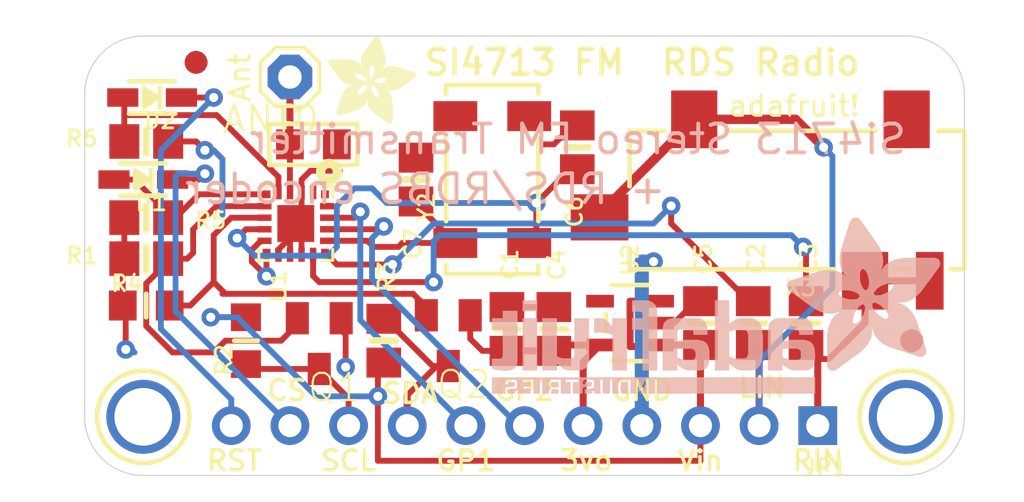
<source format=kicad_pcb>
(kicad_pcb (version 20211014) (generator pcbnew)
  (layers (0 "F.Cu" signal) (31 "B.Cu" signal) (34 "B.Paste" user) (35 "F.Paste" user) (36 "B.SilkS" user "B.Silkscreen") (37 "F.SilkS" user "F.Silkscreen") (38 "B.Mask" user) (39 "F.Mask" user) (44 "Edge.Cuts" user))
  (net 0 "")
  (net 1 "GND")
  (net 2 "N$3")
  (net 3 "N$4")
  (net 4 "LIN")
  (net 5 "RIN")
  (net 6 "RCLK")
  (net 7 "SEN(AD/CS)")
  (net 8 "RST")
  (net 9 "N$1")
  (net 10 "GPO1")
  (net 11 "GPO2")
  (net 12 "SDA_3.3V")
  (net 13 "SCL_3.3V")
  (net 14 "SDA_5.0V")
  (net 15 "SCL_5.0V")
  (net 16 "+3V3")
  (net 17 "+5V")
  (net 18 "CS_5.0V")
  (net 19 "RST_5.0V")
  (net 20 "N$6")
  (footprint "boardEagle:MOUNTINGHOLE_2.5_PLATED" (layer "F.Cu") (at 165.0111 111.9886 180)
    (fp_text reference "U$15" hide)
    (fp_text value "MOUNTINGHOLE2.5" hide)
    (pad "P$1" thru_hole circle (at 0 0 180) (size 3.2 3.2) (drill 2.5) (layers *.Cu *.Mask))
  )
  (footprint "boardEagle:SOT23-5" (layer "F.Cu") (at 153.0731 107.9246 90)
    (fp_text reference "U2" (at 1.978 0 90) (layer "F.SilkS") (effects (font (size 0.692831 0.692831) (thickness 0.119969)) (justify left)))
    (fp_text value "MIC5225-3.3")
    (pad "1" smd rect (at -0.95 1.3001 90) (size 0.55 1.2) (layers "F.Cu" "F.Paste" "F.Mask") (net 17 "+5V"))
    (pad "2" smd rect (at 0 1.3001 90) (size 0.55 1.2) (layers "F.Cu" "F.Paste" "F.Mask") (net 1 "GND"))
    (pad "3" smd rect (at 0.95 1.3001 90) (size 0.55 1.2) (layers "F.Cu" "F.Paste" "F.Mask") (net 17 "+5V"))
    (pad "4" smd rect (at 0.95 -1.3001 90) (size 0.55 1.2) (layers "F.Cu" "F.Paste" "F.Mask"))
    (pad "5" smd rect (at -0.95 -1.3001 90) (size 0.55 1.2) (layers "F.Cu" "F.Paste" "F.Mask") (net 16 "+3V3"))
  )
  (footprint "boardEagle:0805-NO" (layer "F.Cu") (at 143.8021 101.7016 -90)
    (fp_text reference "C7" (at 2.032 0.127 90) (layer "F.SilkS") (effects (font (size 0.692831 0.692831) (thickness 0.119969)) (justify right)))
    (fp_text value "20pF")
    (pad "1" smd rect (at -0.95 0 270) (size 1.3 1.5) (layers "F.Cu" "F.Paste" "F.Mask") (net 1 "GND"))
    (pad "2" smd rect (at 0.95 0 270) (size 1.3 1.5) (layers "F.Cu" "F.Paste" "F.Mask") (net 20 "N$6"))
  )
  (footprint "boardEagle:0805-NO" (layer "F.Cu") (at 158.4071 107.9246 90)
    (fp_text reference "C2" (at 2.032 0.127 90) (layer "F.SilkS") (effects (font (size 0.692831 0.692831) (thickness 0.119969)) (justify left)))
    (fp_text value "0.47uF")
    (pad "1" smd rect (at -0.95 0 90) (size 1.3 1.5) (layers "F.Cu" "F.Paste" "F.Mask") (net 4 "LIN"))
    (pad "2" smd rect (at 0.95 0 90) (size 1.3 1.5) (layers "F.Cu" "F.Paste" "F.Mask") (net 2 "N$3"))
  )
  (footprint "boardEagle:_0805MP" (layer "F.Cu") (at 136.4361 108.6866 90)
    (fp_text reference "R2" (at -1.5875 -0.9525 90) (layer "F.SilkS") (effects (font (size 0.692831 0.692831) (thickness 0.119969)) (justify left)))
    (fp_text value "10K")
    (pad "1" smd rect (at -1.016 0 90) (size 1.2 1.3) (layers "F.Cu" "F.Paste" "F.Mask") (net 15 "SCL_5.0V"))
    (pad "2" smd rect (at 1.016 0 90) (size 1.2 1.3) (layers "F.Cu" "F.Paste" "F.Mask") (net 17 "+5V"))
  )
  (footprint "boardEagle:SOD-323" (layer "F.Cu") (at 131.9911 101.7016 180)
    (fp_text reference "D1" (at -1.1 -1) (layer "F.SilkS") (effects (font (size 0.692831 0.692831) (thickness 0.119969)) (justify right)))
    (fp_text value "1n4148")
    (pad "A" smd rect (at 1.27 0 180) (size 1.35 0.8) (layers "F.Cu" "F.Paste" "F.Mask") (net 7 "SEN(AD/CS)"))
    (pad "C" smd rect (at -1.27 0 180) (size 1.35 0.8) (layers "F.Cu" "F.Paste" "F.Mask") (net 18 "CS_5.0V"))
  )
  (footprint "boardEagle:4UCONN_19269" (layer "F.Cu") (at 167.5511 102.5906 180)
    (fp_text reference "X3" (at 6.35 -3.81) (layer "F.SilkS") (effects (font (size 0.692831 0.692831) (thickness 0.119969)) (justify right)))
    (fp_text value "3.5mm stereo")
    (pad "" np_thru_hole circle (at 10.5 0 180) (size 2 2) (drill 2) (layers *.Cu *.Mask))
    (pad "" np_thru_hole circle (at 3.5 0 180) (size 2 2) (drill 2) (layers *.Cu *.Mask))
    (pad "1" smd rect (at 2.5 3.5 180) (size 2 2.5) (layers "F.Cu" "F.Paste" "F.Mask") (net 1 "GND"))
    (pad "2" smd rect (at 11.7 3.5 180) (size 2 2.5) (layers "F.Cu" "F.Paste" "F.Mask") (net 4 "LIN"))
    (pad "3" smd rect (at 4.3 -3.5 180) (size 2 2.5) (layers "F.Cu" "F.Paste" "F.Mask") (net 5 "RIN"))
    (pad "4" smd rect (at 15.8 -0.75 270) (size 2 2.5) (layers "F.Cu" "F.Paste" "F.Mask") (net 4 "LIN"))
    (pad "5" smd rect (at 1.5 -3.5 180) (size 1.2 2.5) (layers "F.Cu" "F.Paste" "F.Mask") (net 5 "RIN"))
  )
  (footprint "boardEagle:SOD-323" (layer "F.Cu") (at 132.3721 98.1456 180)
    (fp_text reference "D2" (at -1.1 -1) (layer "F.SilkS") (effects (font (size 0.692831 0.692831) (thickness 0.119969)) (justify right)))
    (fp_text value "1n4148")
    (pad "A" smd rect (at 1.27 0 180) (size 1.35 0.8) (layers "F.Cu" "F.Paste" "F.Mask") (net 8 "RST"))
    (pad "C" smd rect (at -1.27 0 180) (size 1.35 0.8) (layers "F.Cu" "F.Paste" "F.Mask") (net 19 "RST_5.0V"))
  )
  (footprint "boardEagle:ADAFRUIT_3.5MM" (layer "F.Cu") (at 139.9921 99.2886)
    (fp_text reference "U$7" hide)
    (fp_text value "" hide)
  )
  (footprint "boardEagle:CRYSTAL_8X3.8" (layer "F.Cu") (at 147.1041 101.7016 90)
    (fp_text reference "Y2" (at -1.9 -2.854 90) (layer "F.SilkS") (effects (font (size 0.692831 0.692831) (thickness 0.119969)) (justify left)))
    (fp_text value "32.768")
    (pad "P$1" smd rect (at -2.75 1.6 90) (size 1.3 1.9) (layers "F.Cu" "F.Paste" "F.Mask") (net 6 "RCLK"))
    (pad "P$2" smd rect (at 2.75 1.6 90) (size 1.3 1.9) (layers "F.Cu" "F.Paste" "F.Mask"))
    (pad "P$3" smd rect (at 2.75 -1.6 90) (size 1.3 1.9) (layers "F.Cu" "F.Paste" "F.Mask"))
    (pad "P$4" smd rect (at -2.75 -1.6 90) (size 1.3 1.9) (layers "F.Cu" "F.Paste" "F.Mask") (net 20 "N$6"))
  )
  (footprint "boardEagle:SI471X" (layer "F.Cu") (at 138.5951 103.6066 -90)
    (fp_text reference "U1" (at 1.955 0.77 90) (layer "F.SilkS") (effects (font (size 0.692831 0.692831) (thickness 0.119969)) (justify right)))
    (fp_text value "Si471x")
    (pad "1" smd rect (at -1.265 -1.265 270) (size 0.34 0.34) (layers "F.Cu" "F.Paste" "F.Mask"))
    (pad "2" smd rect (at -1.355 -0.75) (size 0.28 0.61) (layers "F.Cu" "F.Paste" "F.Mask"))
    (pad "3" smd rect (at -1.355 -0.25) (size 0.28 0.61) (layers "F.Cu" "F.Paste" "F.Mask") (net 1 "GND"))
    (pad "4" smd rect (at -1.355 0.25) (size 0.28 0.61) (layers "F.Cu" "F.Paste" "F.Mask") (net 9 "N$1"))
    (pad "5" smd rect (at -1.355 0.75) (size 0.28 0.61) (layers "F.Cu" "F.Paste" "F.Mask") (net 8 "RST"))
    (pad "6" smd rect (at -1.265 1.265 270) (size 0.34 0.34) (layers "F.Cu" "F.Paste" "F.Mask") (net 7 "SEN(AD/CS)"))
    (pad "7" smd rect (at -0.75 1.355 90) (size 0.28 0.61) (layers "F.Cu" "F.Paste" "F.Mask") (net 13 "SCL_3.3V"))
    (pad "8" smd rect (at -0.25 1.355 90) (size 0.28 0.61) (layers "F.Cu" "F.Paste" "F.Mask") (net 12 "SDA_3.3V"))
    (pad "9" smd rect (at 0.25 1.355 90) (size 0.28 0.61) (layers "F.Cu" "F.Paste" "F.Mask") (net 6 "RCLK"))
    (pad "10" smd rect (at 0.75 1.355 90) (size 0.28 0.61) (layers "F.Cu" "F.Paste" "F.Mask") (net 16 "+3V3"))
    (pad "11" smd rect (at 1.265 1.265 270) (size 0.34 0.34) (layers "F.Cu" "F.Paste" "F.Mask") (net 16 "+3V3"))
    (pad "12" smd rect (at 1.355 0.75 180) (size 0.28 0.61) (layers "F.Cu" "F.Paste" "F.Mask") (net 1 "GND"))
    (pad "13" smd rect (at 1.355 0.25 180) (size 0.28 0.61) (layers "F.Cu" "F.Paste" "F.Mask") (net 1 "GND"))
    (pad "14" smd rect (at 1.355 -0.25 180) (size 0.28 0.61) (layers "F.Cu" "F.Paste" "F.Mask") (net 1 "GND"))
    (pad "15" smd rect (at 1.355 -0.75 180) (size 0.28 0.61) (layers "F.Cu" "F.Paste" "F.Mask") (net 3 "N$4"))
    (pad "16" smd rect (at 1.265 -1.265 270) (size 0.34 0.34) (layers "F.Cu" "F.Paste" "F.Mask") (net 2 "N$3"))
    (pad "17" smd rect (at 0.75 -1.355 270) (size 0.28 0.61) (layers "F.Cu" "F.Paste" "F.Mask") (net 20 "N$6"))
    (pad "18" smd rect (at 0.25 -1.355 270) (size 0.28 0.61) (layers "F.Cu" "F.Paste" "F.Mask") (net 11 "GPO2"))
    (pad "19" smd rect (at -0.25 -1.355 270) (size 0.28 0.61) (layers "F.Cu" "F.Paste" "F.Mask") (net 10 "GPO1"))
    (pad "20" smd rect (at -0.75 -1.355 270) (size 0.28 0.61) (layers "F.Cu" "F.Paste" "F.Mask"))
    (pad "THERM" smd rect (at 0 0 270) (size 1.6 1.6) (layers "F.Cu" "F.Paste" "F.Mask") (net 1 "GND"))
  )
  (footprint "boardEagle:SOT23" (layer "F.Cu") (at 145.1991 108.6866 180)
    (fp_text reference "Q2" (at -1.905 -1.905) (layer "F.SilkS") (effects (font (size 1.176528 1.176528) (thickness 0.093472)) (justify right)))
    (fp_text value "BSS138")
    (pad "1" smd rect (at -0.95 1.1 180) (size 1 1.4) (layers "F.Cu" "F.Paste" "F.Mask") (net 16 "+3V3"))
    (pad "2" smd rect (at 0.95 1.1 180) (size 1 1.4) (layers "F.Cu" "F.Paste" "F.Mask") (net 12 "SDA_3.3V"))
    (pad "3" smd rect (at 0 -1.1 180) (size 1 1.4) (layers "F.Cu" "F.Paste" "F.Mask") (net 14 "SDA_5.0V"))
  )
  (footprint "boardEagle:0805-NO" (layer "F.Cu") (at 132.1181 100.0506 180)
    (fp_text reference "R6" (at 2.032 0.127) (layer "F.SilkS") (effects (font (size 0.692831 0.692831) (thickness 0.119969)) (justify right)))
    (fp_text value "10K")
    (pad "1" smd rect (at -0.95 0 180) (size 1.3 1.5) (layers "F.Cu" "F.Paste" "F.Mask") (net 16 "+3V3"))
    (pad "2" smd rect (at 0.95 0 180) (size 1.3 1.5) (layers "F.Cu" "F.Paste" "F.Mask") (net 8 "RST"))
  )
  (footprint "boardEagle:FIDUCIAL_1MM" (layer "F.Cu") (at 134.2771 96.6216 180)
    (fp_text reference "FID1" hide)
    (fp_text value "FIDUCIAL\"\"" hide)
    (pad "1" smd roundrect (at 0 0 180) (size 1 1) (layers "F.Cu" "F.Mask") (roundrect_rratio 0.5))
  )
  (footprint "boardEagle:SOT23" (layer "F.Cu") (at 139.6111 108.8136 180)
    (fp_text reference "Q1" (at -1.905 -1.905) (layer "F.SilkS") (effects (font (size 1.176528 1.176528) (thickness 0.093472)) (justify right)))
    (fp_text value "BSS138")
    (pad "1" smd rect (at -0.95 1.1 180) (size 1 1.4) (layers "F.Cu" "F.Paste" "F.Mask") (net 16 "+3V3"))
    (pad "2" smd rect (at 0.95 1.1 180) (size 1 1.4) (layers "F.Cu" "F.Paste" "F.Mask") (net 13 "SCL_3.3V"))
    (pad "3" smd rect (at 0 -1.1 180) (size 1 1.4) (layers "F.Cu" "F.Paste" "F.Mask") (net 15 "SCL_5.0V"))
  )
  (footprint "boardEagle:1X01" (layer "F.Cu") (at 138.3411 97.2566 180)
    (fp_text reference "ANT0" (at -1.3462 -1.8288) (layer "F.SilkS") (effects (font (size 1.1557 1.1557) (thickness 0.1143)) (justify right)))
    (fp_text value "")
    (pad "1" thru_hole roundrect (at 0 0 180) (size 1.9304 1.9304) (drill 1.016) (layers *.Cu *.Mask) (chamfer_ratio 0.2928932188) (chamfer top_left top_right bottom_left bottom_right) (net 9 "N$1"))
  )
  (footprint "boardEagle:_0805" (layer "F.Cu") (at 139.3571 100.1776)
    (fp_text reference "L1" (at -1.5875 -1.27) (layer "F.SilkS") (effects (font (size 0.692831 0.692831) (thickness 0.119969)) (justify left)))
    (fp_text value "120nH")
    (pad "1" smd rect (at -1.016 0) (size 1.2 1.3) (layers "F.Cu" "F.Paste" "F.Mask") (net 9 "N$1"))
    (pad "2" smd rect (at 1.016 0) (size 1.2 1.3) (layers "F.Cu" "F.Paste" "F.Mask") (net 1 "GND"))
  )
  (footprint "boardEagle:0805-NO" (layer "F.Cu") (at 160.6931 107.9246 90)
    (fp_text reference "C3" (at 2.032 0.127 90) (layer "F.SilkS") (effects (font (size 0.692831 0.692831) (thickness 0.119969)) (justify left)))
    (fp_text value "0.47uF")
    (pad "1" smd rect (at -0.95 0 90) (size 1.3 1.5) (layers "F.Cu" "F.Paste" "F.Mask") (net 5 "RIN"))
    (pad "2" smd rect (at 0.95 0 90) (size 1.3 1.5) (layers "F.Cu" "F.Paste" "F.Mask") (net 3 "N$4"))
  )
  (footprint "boardEagle:0805-NO" (layer "F.Cu") (at 149.7711 108.1786 90)
    (fp_text reference "C4" (at 2.032 0.127 90) (layer "F.SilkS") (effects (font (size 0.692831 0.692831) (thickness 0.119969)) (justify left)))
    (fp_text value "10uF")
    (pad "1" smd rect (at -0.95 0 90) (size 1.3 1.5) (layers "F.Cu" "F.Paste" "F.Mask") (net 16 "+3V3"))
    (pad "2" smd rect (at 0.95 0 90) (size 1.3 1.5) (layers "F.Cu" "F.Paste" "F.Mask") (net 1 "GND"))
  )
  (footprint "boardEagle:0805-NO" (layer "F.Cu") (at 142.4051 108.6866 90)
    (fp_text reference "R3" (at 2.032 0.127 90) (layer "F.SilkS") (effects (font (size 0.692831 0.692831) (thickness 0.119969)) (justify left)))
    (fp_text value "10K")
    (pad "1" smd rect (at -0.95 0 90) (size 1.3 1.5) (layers "F.Cu" "F.Paste" "F.Mask") (net 17 "+5V"))
    (pad "2" smd rect (at 0.95 0 90) (size 1.3 1.5) (layers "F.Cu" "F.Paste" "F.Mask") (net 14 "SDA_5.0V"))
  )
  (footprint "boardEagle:MOUNTINGHOLE_2.5_PLATED" (layer "F.Cu") (at 131.9911 111.9886 180)
    (fp_text reference "U$17" hide)
    (fp_text value "MOUNTINGHOLE2.5" hide)
    (pad "P$1" thru_hole circle (at 0 0 180) (size 3.2 3.2) (drill 2.5) (layers *.Cu *.Mask))
  )
  (footprint "boardEagle:0805-NO" (layer "F.Cu") (at 150.7871 100.3046 -90)
    (fp_text reference "C6" (at 2.032 0.127 90) (layer "F.SilkS") (effects (font (size 0.692831 0.692831) (thickness 0.119969)) (justify right)))
    (fp_text value "20pF")
    (pad "1" smd rect (at -0.95 0 270) (size 1.3 1.5) (layers "F.Cu" "F.Paste" "F.Mask") (net 1 "GND"))
    (pad "2" smd rect (at 0.95 0 270) (size 1.3 1.5) (layers "F.Cu" "F.Paste" "F.Mask") (net 6 "RCLK"))
  )
  (footprint "boardEagle:_0805MP" (layer "F.Cu") (at 132.1181 107.1626)
    (fp_text reference "R4" (at -1.5875 -0.9525) (layer "F.SilkS") (effects (font (size 0.692831 0.692831) (thickness 0.119969)) (justify left)))
    (fp_text value "10K")
    (pad "1" smd rect (at -1.016 0) (size 1.2 1.3) (layers "F.Cu" "F.Paste" "F.Mask") (net 16 "+3V3"))
    (pad "2" smd rect (at 1.016 0) (size 1.2 1.3) (layers "F.Cu" "F.Paste" "F.Mask") (net 12 "SDA_3.3V"))
  )
  (footprint "boardEagle:FIDUCIAL_1MM" (layer "F.Cu") (at 165.2651 108.6866 180)
    (fp_text reference "FID2" hide)
    (fp_text value "FIDUCIAL\"\"" hide)
    (pad "1" smd roundrect (at 0 0 180) (size 1 1) (layers "F.Cu" "F.Mask") (roundrect_rratio 0.5))
  )
  (footprint "boardEagle:0805-NO" (layer "F.Cu") (at 147.7391 108.1786 90)
    (fp_text reference "C1" (at 2.032 0.127 90) (layer "F.SilkS") (effects (font (size 0.692831 0.692831) (thickness 0.119969)) (justify left)))
    (fp_text value "22nF")
    (pad "1" smd rect (at -0.95 0 90) (size 1.3 1.5) (layers "F.Cu" "F.Paste" "F.Mask") (net 16 "+3V3"))
    (pad "2" smd rect (at 0.95 0 90) (size 1.3 1.5) (layers "F.Cu" "F.Paste" "F.Mask") (net 1 "GND"))
  )
  (footprint "boardEagle:0805-NO" (layer "F.Cu") (at 132.1181 103.3526)
    (fp_text reference "R5" (at 2.032 0.127) (layer "F.SilkS") (effects (font (size 0.692831 0.692831) (thickness 0.119969)) (justify left)))
    (fp_text value "10K")
    (pad "1" smd rect (at -0.95 0) (size 1.3 1.5) (layers "F.Cu" "F.Paste" "F.Mask") (net 16 "+3V3"))
    (pad "2" smd rect (at 0.95 0) (size 1.3 1.5) (layers "F.Cu" "F.Paste" "F.Mask") (net 7 "SEN(AD/CS)"))
  )
  (footprint "boardEagle:0805-NO" (layer "F.Cu") (at 132.1181 105.1306 180)
    (fp_text reference "R1" (at 2.032 0.127) (layer "F.SilkS") (effects (font (size 0.692831 0.692831) (thickness 0.119969)) (justify right)))
    (fp_text value "10K")
    (pad "1" smd rect (at -0.95 0 180) (size 1.3 1.5) (layers "F.Cu" "F.Paste" "F.Mask") (net 13 "SCL_3.3V"))
    (pad "2" smd rect (at 0.95 0 180) (size 1.3 1.5) (layers "F.Cu" "F.Paste" "F.Mask") (net 16 "+3V3"))
  )
  (footprint "boardEagle:0805-NO" (layer "F.Cu") (at 156.1211 107.9246 90)
    (fp_text reference "C5" (at 2.032 0.127 90) (layer "F.SilkS") (effects (font (size 0.692831 0.692831) (thickness 0.119969)) (justify left)))
    (fp_text value "10uF")
    (pad "1" smd rect (at -0.95 0 90) (size 1.3 1.5) (layers "F.Cu" "F.Paste" "F.Mask") (net 17 "+5V"))
    (pad "2" smd rect (at 0.95 0 90) (size 1.3 1.5) (layers "F.Cu" "F.Paste" "F.Mask") (net 1 "GND"))
  )
  (footprint "boardEagle:1X11_ROUND" (layer "F.Cu") (at 148.5011 112.3696 180)
    (fp_text reference "JP1" (at -14.0462 -1.8288) (layer "F.SilkS") (effects (font (size 0.692831 0.692831) (thickness 0.119969)) (justify right)))
    (fp_text value "")
    (pad "1" thru_hole rect (at -12.7 0 270) (size 1.6764 1.6764) (drill 1) (layers *.Cu *.Mask) (net 5 "RIN"))
    (pad "2" thru_hole circle (at -10.16 0 270) (size 1.6764 1.6764) (drill 1) (layers *.Cu *.Mask) (net 4 "LIN"))
    (pad "3" thru_hole circle (at -7.62 0 270) (size 1.6764 1.6764) (drill 1) (layers *.Cu *.Mask) (net 17 "+5V"))
    (pad "4" thru_hole circle (at -5.08 0 270) (size 1.6764 1.6764) (drill 1) (layers *.Cu *.Mask) (net 1 "GND"))
    (pad "5" thru_hole circle (at -2.54 0 270) (size 1.6764 1.6764) (drill 1) (layers *.Cu *.Mask) (net 16 "+3V3"))
    (pad "6" thru_hole circle (at 0 0 270) (size 1.6764 1.6764) (drill 1) (layers *.Cu *.Mask) (net 11 "GPO2"))
    (pad "7" thru_hole circle (at 2.54 0 270) (size 1.6764 1.6764) (drill 1) (layers *.Cu *.Mask) (net 10 "GPO1"))
    (pad "8" thru_hole circle (at 5.08 0 270) (size 1.6764 1.6764) (drill 1) (layers *.Cu *.Mask) (net 14 "SDA_5.0V"))
    (pad "9" thru_hole circle (at 7.62 0 270) (size 1.6764 1.6764) (drill 1) (layers *.Cu *.Mask) (net 15 "SCL_5.0V"))
    (pad "10" thru_hole circle (at 10.16 0 270) (size 1.6764 1.6764) (drill 1) (layers *.Cu *.Mask) (net 18 "CS_5.0V"))
    (pad "11" thru_hole circle (at 12.7 0 270) (size 1.6764 1.6764) (drill 1) (layers *.Cu *.Mask) (net 19 "RST_5.0V"))
  )
  (footprint "boardEagle:ADAFRUIT_TEXT_20MM" (layer "B.Cu") (at 166.6621 110.9726 180)
    (fp_text reference "U$9" hide)
    (fp_text value "" hide)
  )
  (gr_line (start 131.9911 95.4786) (end 165.0111 95.4786) (layer "Edge.Cuts") (width 0.05))
  (gr_arc (start 167.5511 111.9886) (mid 166.807151 113.784651) (end 165.0111 114.5286) (layer "Edge.Cuts") (width 0.05))
  (gr_arc (start 131.9911 114.5286) (mid 130.195049 113.784651) (end 129.4511 111.9886) (layer "Edge.Cuts") (width 0.05))
  (gr_line (start 167.5511 98.0186) (end 167.5511 111.9886) (layer "Edge.Cuts") (width 0.05))
  (gr_line (start 129.4511 111.9886) (end 129.4511 98.0186) (layer "Edge.Cuts") (width 0.05))
  (gr_arc (start 129.4511 98.0186) (mid 130.195049 96.222549) (end 131.9911 95.4786) (layer "Edge.Cuts") (width 0.05))
  (gr_line (start 165.0111 114.5286) (end 131.9911 114.5286) (layer "Edge.Cuts") (width 0.05))
  (gr_arc (start 165.0111 95.4786) (mid 166.807151 96.222549) (end 167.5511 98.0186) (layer "Edge.Cuts") (width 0.05))
  (gr_text "Si4713 Stereo FM Transmitter" (at 165.1381 100.6856) (layer "B.SilkS") (effects (font (size 1.251712 1.251712) (thickness 0.170688)) (justify left bottom mirror)))
  (gr_text "+ RDS/RDBS encoder" (at 154.7241 102.8446) (layer "B.SilkS") (effects (font (size 1.251712 1.251712) (thickness 0.170688)) (justify left bottom mirror)))
  (gr_text "GP1" (at 145.9611 113.8936) (layer "F.SilkS") (effects (font (size 0.8636 0.8636) (thickness 0.1524))))
  (gr_text "" (at 148.3741 113.7666) (layer "F.SilkS") (effects (font (size 1.0795 1.0795) (thickness 0.1905)) (justify left bottom)))
  (gr_text "GP2" (at 148.5011 110.8456) (layer "F.SilkS") (effects (font (size 0.8636 0.8636) (thickness 0.1524))))
  (gr_text "CS" (at 138.2141 110.8456) (layer "F.SilkS") (effects (font (size 0.8636 0.8636) (thickness 0.1524))))
  (gr_text "RIN" (at 161.2011 113.8936) (layer "F.SilkS") (effects (font (size 0.8636 0.8636) (thickness 0.1524))))
  (gr_text "SI4713 FM  RDS Radio" (at 144.0561 97.2566) (layer "F.SilkS") (effects (font (size 1.0795 1.0795) (thickness 0.1905)) (justify left bottom)))
  (gr_text "RST" (at 135.9281 113.8936) (layer "F.SilkS") (effects (font (size 0.8636 0.8636) (thickness 0.1524))))
  (gr_text "Vin" (at 156.1211 113.8936) (layer "F.SilkS") (effects (font (size 0.8636 0.8636) (thickness 0.1524))))
  (gr_text "SCL" (at 140.8811 113.8936) (layer "F.SilkS") (effects (font (size 0.8636 0.8636) (thickness 0.1524))))
  (gr_text "Ant" (at 136.6901 98.3996 90) (layer "F.SilkS") (effects (font (size 0.89408 0.89408) (thickness 0.12192)) (justify left bottom)))
  (gr_text "GND" (at 153.5811 110.8456) (layer "F.SilkS") (effects (font (size 0.8636 0.8636) (thickness 0.1524))))
  (gr_text "SDA" (at 143.5481 110.9726) (layer "F.SilkS") (effects (font (size 0.8636 0.8636) (thickness 0.1524))))
  (gr_text "3vo" (at 151.1681 113.8936) (layer "F.SilkS") (effects (font (size 0.8636 0.8636) (thickness 0.1524))))
  (gr_text "adafruit!" (at 157.2641 99.0346) (layer "F.SilkS") (effects (font (size 0.89408 0.89408) (thickness 0.12192)) (justify left bottom)))
  (gr_text "LIN" (at 158.7881 110.7186) (layer "F.SilkS") (effects (font (size 0.8636 0.8636) (thickness 0.1524))))
  (segment (start 156.1211 106.9746) (end 155.9281 106.9746) (width 0.254) (layer "F.Cu") (net 1))
  (segment (start 138.3451 104.2416) (end 138.3451 103.8566) (width 0.254) (layer "F.Cu") (net 1))
  (segment (start 137.8451 104.9616) (end 137.8451 104.7616) (width 0.254) (layer "F.Cu") (net 1))
  (segment (start 140.5001 101.3206) (end 140.3731 101.1936) (width 0.254) (layer "F.Cu") (net 1))
  (segment (start 155.9281 106.9746) (end 154.9781 107.9246) (width 0.254) (layer "F.Cu") (net 1))
  (segment (start 138.3451 103.8566) (end 138.5951 103.6066) (width 0.254) (layer "F.Cu") (net 1))
  (segment (start 149.7711 100.1776) (end 149.1361 100.1776) (width 0.254) (layer "F.Cu") (net 1))
  (segment (start 137.8451 104.7616) (end 137.8331 104.7496) (width 0.254) (layer "F.Cu") (net 1))
  (segment (start 138.3451 104.9616) (end 138.3451 104.2416) (width 0.254) (layer "F.Cu") (net 1))
  (segment (start 150.5941 99.3546) (end 149.7711 100.1776) (width 0.254) (layer "F.Cu") (net 1))
  (segment (start 138.8451 101.7056) (end 139.2301 101.3206) (width 0.254) (layer "F.Cu") (net 1))
  (segment (start 150.7871 99.3546) (end 150.5941 99.3546) (width 0.254) (layer "F.Cu") (net 1))
  (segment (start 137.8331 104.7496) (end 138.3411 104.2416) (width 0.254) (layer "F.Cu") (net 1))
  (segment (start 154.0891 105.3846) (end 153.7081 105.3846) (width 0.254) (layer "F.Cu") (net 1))
  (segment (start 149.7711 107.2286) (end 147.7391 107.2286) (width 0.254) (layer "F.Cu") (net 1))
  (segment (start 139.2301 101.3206) (end 140.5001 101.3206) (width 0.254) (layer "F.Cu") (net 1))
  (segment (start 154.9781 107.9246) (end 154.3732 107.9246) (width 0.254) (layer "F.Cu") (net 1))
  (segment (start 138.8451 102.2516) (end 138.8451 103.6066) (width 0.254) (layer "F.Cu") (net 1))
  (segment (start 138.8451 103.6066) (end 138.5951 103.6066) (width 0.254) (layer "F.Cu") (net 1))
  (segment (start 138.8451 102.2516) (end 138.8451 101.7056) (width 0.254) (layer "F.Cu") (net 1))
  (segment (start 137.8451 104.9616) (end 137.8331 104.9496) (width 0.254) (layer "F.Cu") (net 1))
  (segment (start 138.8451 103.8566) (end 138.5951 103.6066) (width 0.254) (layer "F.Cu") (net 1))
  (segment (start 154.0891 105.2576) (end 154.0891 105.3846) (width 0.254) (layer "F.Cu") (net 1))
  (segment (start 137.8331 104.9496) (end 137.8331 104.7496) (width 0.254) (layer "F.Cu") (net 1))
  (segment (start 138.8451 104.9616) (end 138.8451 103.8566) (width 0.254) (layer "F.Cu") (net 1))
  (segment (start 149.7711 107.2286) (end 149.7711 107.0356) (width 0.254) (layer "F.Cu") (net 1))
  (segment (start 138.3411 104.2416) (end 138.3451 104.2416) (width 0.254) (layer "F.Cu") (net 1))
  (segment (start 138.5951 103.7336) (end 138.5951 103.6066) (width 0.254) (layer "F.Cu") (net 1))
  (via (at 154.0891 105.2576) (size 0.8001) (drill 0.3937) (layers "F.Cu" "B.Cu") (net 1))
  (segment (start 153.5811 105.2576) (end 154.0891 105.2576) (width 0.6096) (layer "B.Cu") (net 1))
  (segment (start 153.5811 112.3696) (end 153.5811 105.2576) (width 0.6096) (layer "B.Cu") (net 1))
  (segment (start 140.3731 105.3846) (end 142.7861 105.3846) (width 0.254) (layer "F.Cu") (net 2))
  (segment (start 154.8511 103.6066) (end 158.2191 106.9746) (width 0.254) (layer "F.Cu") (net 2))
  (segment (start 158.2191 106.9746) (end 158.4071 106.9746) (width 0.254) (layer "F.Cu") (net 2))
  (segment (start 154.8511 102.8446) (end 154.8511 103.6066) (width 0.254) (layer "F.Cu") (net 2))
  (segment (start 139.8601 104.8716) (end 140.3731 105.3846) (width 0.254) (layer "F.Cu") (net 2))
  (via (at 142.7861 105.3846) (size 0.8001) (drill 0.3937) (layers "F.Cu" "B.Cu") (net 2))
  (via (at 154.8511 102.8446) (size 0.8001) (drill 0.3937) (layers "F.Cu" "B.Cu") (net 2))
  (segment (start 144.5641 103.6066) (end 154.0891 103.6066) (width 0.254) (layer "B.Cu") (net 2))
  (segment (start 154.0891 103.6066) (end 154.8511 102.8446) (width 0.254) (layer "B.Cu") (net 2))
  (segment (start 142.7861 105.3846) (end 144.5641 103.6066) (width 0.254) (layer "B.Cu") (net 2))
  (segment (start 139.6111 106.1466) (end 144.5641 106.1466) (width 0.254) (layer "F.Cu") (net 3))
  (segment (start 160.5661 104.6226) (end 160.6931 104.7496) (width 0.254) (layer "F.Cu") (net 3))
  (segment (start 139.3451 104.9616) (end 139.3451 105.8806) (width 0.254) (layer "F.Cu") (net 3))
  (segment (start 160.6931 104.7496) (end 160.6931 106.9746) (width 0.254) (layer "F.Cu") (net 3))
  (segment (start 139.3451 105.8806) (end 139.6111 106.1466) (width 0.254) (layer "F.Cu") (net 3))
  (via (at 160.5661 104.6226) (size 0.8001) (drill 0.3937) (layers "F.Cu" "B.Cu") (net 3))
  (via (at 144.5641 106.1466) (size 0.8001) (drill 0.3937) (layers "F.Cu" "B.Cu") (net 3))
  (segment (start 144.5641 104.3686) (end 144.8181 104.1146) (width 0.254) (layer "B.Cu") (net 3))
  (segment (start 160.0581 104.1146) (end 160.5661 104.6226) (width 0.254) (layer "B.Cu") (net 3))
  (segment (start 144.8181 104.1146) (end 160.0581 104.1146) (width 0.254) (layer "B.Cu") (net 3))
  (segment (start 144.5641 106.1466) (end 144.5641 104.3686) (width 0.254) (layer "B.Cu") (net 3))
  (segment (start 160.2411 99.0906) (end 161.4551 100.3046) (width 0.4064) (layer "F.Cu") (net 4))
  (segment (start 158.6611 112.3696) (end 158.6611 109.1286) (width 0.3048) (layer "F.Cu") (net 4))
  (segment (start 151.7511 103.1906) (end 155.8511 99.0906) (width 0.4064) (layer "F.Cu") (net 4))
  (segment (start 155.8511 99.0906) (end 160.2411 99.0906) (width 0.4064) (layer "F.Cu") (net 4))
  (segment (start 158.4071 108.8746) (end 158.6611 109.1286) (width 0.4064) (layer "F.Cu") (net 4))
  (segment (start 151.7511 103.3406) (end 151.7511 103.1906) (width 0.4064) (layer "F.Cu") (net 4))
  (via (at 161.4551 100.3046) (size 0.8001) (drill 0.3937) (layers "F.Cu" "B.Cu") (net 4))
  (segment (start 161.8361 106.4006) (end 161.8361 100.6856) (width 0.254) (layer "B.Cu") (net 4))
  (segment (start 158.6611 109.5756) (end 161.8361 106.4006) (width 0.254) (layer "B.Cu") (net 4))
  (segment (start 158.6611 112.3696) (end 158.6611 109.5756) (width 0.254) (layer "B.Cu") (net 4))
  (segment (start 161.8361 100.6856) (end 161.4551 100.3046) (width 0.254) (layer "B.Cu") (net 4))
  (segment (start 163.2511 106.0906) (end 163.2511 107.9066) (width 0.3048) (layer "F.Cu") (net 5))
  (segment (start 161.6751 109.4826) (end 161.2011 109.4826) (width 0.254) (layer "F.Cu") (net 5))
  (segment (start 162.2171 108.9406) (end 161.6751 109.4826) (width 0.254) (layer "F.Cu") (net 5))
  (segment (start 160.6931 108.9746) (end 160.6931 108.8746) (width 0.254) (layer "F.Cu") (net 5))
  (segment (start 166.0511 106.0906) (end 163.2511 106.0906) (width 0.3048) (layer "F.Cu") (net 5))
  (segment (start 163.2511 107.9066) (end 162.2171 108.9406) (width 0.3048) (layer "F.Cu") (net 5))
  (segment (start 161.2011 109.4826) (end 160.6931 108.9746) (width 0.254) (layer "F.Cu") (net 5))
  (segment (start 161.2011 112.3696) (end 161.2011 109.4826) (width 0.3048) (layer "F.Cu") (net 5))
  (segment (start 150.7871 101.2546) (end 150.4721 101.2546) (width 0.254) (layer "F.Cu") (net 6))
  (segment (start 149.0091 102.7176) (end 148.813178 102.521679) (width 0.254) (layer "F.Cu") (net 6))
  (segment (start 149.0091 104.1466) (end 149.0091 102.7176) (width 0.254) (layer "F.Cu") (net 6))
  (segment (start 150.4721 101.2546) (end 149.0091 102.7176) (width 0.254) (layer "F.Cu") (net 6))
  (segment (start 148.7041 104.4516) (end 149.0091 104.1466) (width 0.254) (layer "F.Cu") (net 6))
  (segment (start 136.4401 103.8566) (end 136.0551 104.2416) (width 0.254) (layer "F.Cu") (net 6))
  (segment (start 137.2401 103.8566) (end 136.4401 103.8566) (width 0.254) (layer "F.Cu") (net 6))
  (via (at 136.0551 104.2416) (size 0.8001) (drill 0.3937) (layers "F.Cu" "B.Cu") (net 6))
  (via (at 149.0091 102.7176) (size 0.8001) (drill 0.3937) (layers "F.Cu" "B.Cu") (net 6))
  (segment (start 139.9921 105.0036) (end 136.8171 105.0036) (width 0.254) (layer "B.Cu") (net 6))
  (segment (start 141.8971 102.0826) (end 141.1351 102.0826) (width 0.254) (layer "B.Cu") (net 6))
  (segment (start 141.1351 102.0826) (end 140.3731 102.8446) (width 0.254) (layer "B.Cu") (net 6))
  (segment (start 136.8171 105.0036) (end 136.0551 104.2416) (width 0.254) (layer "B.Cu") (net 6))
  (segment (start 140.3731 102.8446) (end 140.3731 104.6226) (width 0.254) (layer "B.Cu") (net 6))
  (segment (start 149.0091 102.7176) (end 142.5321 102.7176) (width 0.254) (layer "B.Cu") (net 6))
  (segment (start 140.3731 104.6226) (end 139.9921 105.0036) (width 0.254) (layer "B.Cu") (net 6))
  (segment (start 142.5321 102.7176) (end 141.8971 102.0826) (width 0.254) (layer "B.Cu") (net 6))
  (segment (start 137.3301 102.3416) (end 134.3991 102.3416) (width 0.254) (layer "F.Cu") (net 7))
  (segment (start 131.6101 101.7016) (end 132.6261 102.7176) (width 0.254) (layer "F.Cu") (net 7))
  (segment (start 134.3991 102.3416) (end 133.6421 103.0986) (width 0.254) (layer "F.Cu") (net 7))
  (segment (start 133.6421 103.0986) (end 133.3221 103.0986) (width 0.254) (layer "F.Cu") (net 7))
  (segment (start 133.3221 103.0986) (end 133.0681 103.3526) (width 0.254) (layer "F.Cu") (net 7))
  (segment (start 133.1341 103.3526) (end 133.0681 103.3526) (width 0.254) (layer "F.Cu") (net 7))
  (segment (start 130.7211 101.7016) (end 131.6101 101.7016) (width 0.254) (layer "F.Cu") (net 7))
  (segment (start 132.6261 102.9106) (end 133.0681 103.3526) (width 0.254) (layer "F.Cu") (net 7))
  (segment (start 132.6261 102.7176) (end 132.6261 102.9106) (width 0.254) (layer "F.Cu") (net 7))
  (segment (start 131.1681 98.1456) (end 131.1681 98.9076) (width 0.254) (layer "F.Cu") (net 8))
  (segment (start 135.1661 98.9076) (end 131.1681 98.9076) (width 0.254) (layer "F.Cu") (net 8))
  (segment (start 137.8451 101.5866) (end 135.1661 98.9076) (width 0.254) (layer "F.Cu") (net 8))
  (segment (start 137.8451 102.2516) (end 137.8451 101.5866) (width 0.254) (layer "F.Cu") (net 8))
  (segment (start 131.1681 100.0506) (end 131.1681 98.9076) (width 0.254) (layer "F.Cu") (net 8))
  (segment (start 131.1681 98.1456) (end 131.1021 98.1456) (width 0.254) (layer "F.Cu") (net 8))
  (segment (start 138.3451 102.2516) (end 138.3411 102.2476) (width 0.254) (layer "F.Cu") (net 9))
  (segment (start 138.3411 100.1776) (end 138.3411 97.2566) (width 0.3048) (layer "F.Cu") (net 9))
  (segment (start 138.3411 102.2476) (end 138.3411 100.1776) (width 0.254) (layer "F.Cu") (net 9))
  (segment (start 141.1311 103.3566) (end 141.3891 103.0986) (width 0.254) (layer "F.Cu") (net 10))
  (segment (start 139.9501 103.3566) (end 141.1311 103.3566) (width 0.254) (layer "F.Cu") (net 10))
  (via (at 141.3891 103.0986) (size 0.8001) (drill 0.3937) (layers "F.Cu" "B.Cu") (net 10))
  (segment (start 141.3891 107.7976) (end 141.3891 103.0986) (width 0.254) (layer "B.Cu") (net 10))
  (segment (start 145.9611 112.3696) (end 141.3891 107.7976) (width 0.254) (layer "B.Cu") (net 10))
  (segment (start 142.2821 103.8566) (end 142.4051 103.7336) (width 0.254) (layer "F.Cu") (net 11))
  (segment (start 139.9501 103.8566) (end 142.2821 103.8566) (width 0.254) (layer "F.Cu") (net 11))
  (via (at 142.4051 103.7336) (size 0.8001) (drill 0.3937) (layers "F.Cu" "B.Cu") (net 11))
  (segment (start 141.8971 106.0196) (end 148.2471 112.3696) (width 0.254) (layer "B.Cu") (net 11))
  (segment (start 148.2471 112.3696) (end 148.5011 112.3696) (width 0.254) (layer "B.Cu") (net 11))
  (segment (start 141.8971 104.2416) (end 142.4051 103.7336) (width 0.254) (layer "B.Cu") (net 11))
  (segment (start 141.8971 106.0196) (end 141.8971 104.2416) (width 0.254) (layer "B.Cu") (net 11))
  (segment (start 143.6751 106.6546) (end 135.5471 106.6546) (width 0.254) (layer "F.Cu") (net 12))
  (segment (start 135.7971 103.3566) (end 135.0391 104.1146) (width 0.254) (layer "F.Cu") (net 12))
  (segment (start 135.0391 106.1466) (end 135.5471 106.6546) (width 0.254) (layer "F.Cu") (net 12))
  (segment (start 144.2491 107.2286) (end 144.2491 107.5866) (width 0.254) (layer "F.Cu") (net 12))
  (segment (start 134.0231 107.1626) (end 133.1341 107.1626) (width 0.254) (layer "F.Cu") (net 12))
  (segment (start 137.2401 103.3566) (end 135.7971 103.3566) (width 0.254) (layer "F.Cu") (net 12))
  (segment (start 143.6751 106.6546) (end 144.2491 107.2286) (width 0.254) (layer "F.Cu") (net 12))
  (segment (start 135.0391 106.1466) (end 134.0231 107.1626) (width 0.254) (layer "F.Cu") (net 12))
  (segment (start 135.5471 106.6546) (end 135.4201 106.6546) (width 0.254) (layer "F.Cu") (net 12))
  (segment (start 135.0391 104.1146) (end 135.0391 106.1466) (width 0.254) (layer "F.Cu") (net 12))
  (segment (start 137.2401 102.8566) (end 135.1541 102.8566) (width 0.254) (layer "F.Cu") (net 13))
  (segment (start 137.9601 108.6866) (end 135.5471 108.6866) (width 0.254) (layer "F.Cu") (net 13))
  (segment (start 132.1181 106.2076) (end 133.0681 105.2576) (width 0.254) (layer "F.Cu") (net 13))
  (segment (start 134.1501 104.8766) (end 133.8961 105.1306) (width 0.254) (layer "F.Cu") (net 13))
  (segment (start 135.1541 102.8566) (end 134.1501 103.8606) (width 0.254) (layer "F.Cu") (net 13))
  (segment (start 134.1501 103.8606) (end 134.1501 104.8766) (width 0.254) (layer "F.Cu") (net 13))
  (segment (start 135.0391 109.1946) (end 133.2611 109.1946) (width 0.254) (layer "F.Cu") (net 13))
  (segment (start 133.0681 105.2576) (end 133.0681 105.1306) (width 0.254) (layer "F.Cu") (net 13))
  (segment (start 133.2611 109.1946) (end 132.1181 108.0516) (width 0.254) (layer "F.Cu") (net 13))
  (segment (start 132.1181 108.0516) (end 132.1181 106.2076) (width 0.254) (layer "F.Cu") (net 13))
  (segment (start 137.9601 108.6866) (end 138.6611 107.9856) (width 0.254) (layer "F.Cu") (net 13))
  (segment (start 138.6611 107.9856) (end 138.6611 107.7136) (width 0.254) (layer "F.Cu") (net 13))
  (segment (start 133.8961 105.1306) (end 133.0681 105.1306) (width 0.254) (layer "F.Cu") (net 13))
  (segment (start 135.5471 108.6866) (end 135.0391 109.1946) (width 0.254) (layer "F.Cu") (net 13))
  (segment (start 144.5211 109.7866) (end 145.1991 109.7866) (width 0.254) (layer "F.Cu") (net 14))
  (segment (start 144.6911 109.7866) (end 145.1991 109.7866) (width 0.254) (layer "F.Cu") (net 14))
  (segment (start 142.4711 107.7366) (end 144.5211 109.7866) (width 0.254) (layer "F.Cu") (net 14))
  (segment (start 143.4211 111.0566) (end 144.6911 109.7866) (width 0.254) (layer "F.Cu") (net 14))
  (segment (start 143.4211 112.3696) (end 143.4211 111.0566) (width 0.3048) (layer "F.Cu") (net 14))
  (segment (start 142.4051 107.7366) (end 142.4711 107.7366) (width 0.254) (layer "F.Cu") (net 14))
  (segment (start 139.6111 109.9136) (end 140.8811 111.1836) (width 0.254) (layer "F.Cu") (net 15))
  (segment (start 136.6471 109.9136) (end 139.6111 109.9136) (width 0.254) (layer "F.Cu") (net 15))
  (segment (start 136.4361 109.7026) (end 136.6471 109.9136) (width 0.254) (layer "F.Cu") (net 15))
  (segment (start 140.8811 112.3696) (end 140.8811 111.9456) (width 0.3048) (layer "F.Cu") (net 15))
  (segment (start 140.8811 111.1836) (end 140.8811 112.3696) (width 0.254) (layer "F.Cu") (net 15))
  (segment (start 140.7541 109.8296) (end 140.7541 108.4146) (width 0.254) (layer "F.Cu") (net 16))
  (segment (start 147.7391 109.1286) (end 149.7711 109.1286) (width 0.3048) (layer "F.Cu") (net 16))
  (segment (start 131.1021 107.1626) (end 131.1631 107.2236) (width 0.254) (layer "F.Cu") (net 16))
  (segment (start 137.0831 104.3566) (end 136.6901 104.7496) (width 0.254) (layer "F.Cu") (net 16))
  (segment (start 131.1631 107.2236) (end 131.2291 107.2236) (width 0.254) (layer "F.Cu") (net 16))
  (segment (start 136.6901 105.2576) (end 137.3251 105.8926) (width 0.254) (layer "F.Cu") (net 16))
  (segment (start 146.6751 109.1286) (end 146.1491 108.6026) (width 0.254) (layer "F.Cu") (net 16))
  (segment (start 131.1681 105.1306) (end 131.1681 103.3526) (width 0.254) (layer "F.Cu") (net 16))
  (segment (start 149.7711 109.1286) (end 150.0251 108.8746) (width 0.3048) (layer "F.Cu") (net 16))
  (segment (start 133.0681 100.0506) (end 134.2771 100.0506) (width 0.254) (layer "F.Cu") (net 16))
  (segment (start 150.0251 108.8746) (end 151.773 108.8746) (width 0.3048) (layer "F.Cu") (net 16))
  (segment (start 151.0411 112.3696) (end 151.0411 109.6065) (width 0.3048) (layer "F.Cu") (net 16))
  (segment (start 146.1491 108.6026) (end 146.1491 107.5866) (width 0.254) (layer "F.Cu") (net 16))
  (segment (start 137.3251 104.8766) (end 137.3251 105.8926) (width 0.254) (layer "F.Cu") (net 16))
  (segment (start 140.5611 108.2216) (end 140.5611 107.7136) (width 0.254) (layer "F.Cu") (net 16))
  (segment (start 137.3301 104.8716) (end 137.3251 104.8766) (width 0.254) (layer "F.Cu") (net 16))
  (segment (start 131.1681 105.1306) (end 131.1021 105.1966) (width 0.254) (layer "F.Cu") (net 16))
  (segment (start 140.7541 108.4146) (end 140.5611 108.2216) (width 0.254) (layer "F.Cu") (net 16))
  (segment (start 134.2771 100.0506) (end 134.6581 100.4316) (width 0.254) (layer "F.Cu") (net 16))
  (segment (start 131.1021 105.1966) (end 131.1021 107.1626) (width 0.254) (layer "F.Cu") (net 16))
  (segment (start 151.0411 109.6065) (end 151.773 108.8746) (width 0.3048) (layer "F.Cu") (net 16))
  (segment (start 131.2291 107.2236) (end 131.2291 109.0676) (width 0.254) (layer "F.Cu") (net 16))
  (segment (start 137.2401 104.3566) (end 137.0831 104.3566) (width 0.254) (layer "F.Cu") (net 16))
  (segment (start 134.4041 100.1776) (end 134.6581 100.4316) (width 0.254) (layer "F.Cu") (net 16))
  (segment (start 136.6901 104.7496) (end 136.6901 105.2576) (width 0.254) (layer "F.Cu") (net 16))
  (segment (start 147.7391 109.1286) (end 146.6751 109.1286) (width 0.254) (layer "F.Cu") (net 16))
  (via (at 134.6581 100.4316) (size 0.8001) (drill 0.3937) (layers "F.Cu" "B.Cu") (net 16))
  (via (at 131.2291 109.0676) (size 0.8001) (drill 0.3937) (layers "F.Cu" "B.Cu") (net 16))
  (via (at 137.3251 105.8926) (size 0.8001) (drill 0.3937) (layers "F.Cu" "B.Cu") (net 16))
  (via (at 140.7541 109.8296) (size 0.8001) (drill 0.3937) (layers "F.Cu" "B.Cu") (net 16))
  (segment (start 131.2291 109.0676) (end 131.4831 109.0676) (width 0.254) (layer "B.Cu") (net 16))
  (segment (start 140.7541 109.8296) (end 140.7541 110.2106) (width 0.254) (layer "B.Cu") (net 16))
  (segment (start 134.6581 100.4316) (end 135.0391 100.4316) (width 0.254) (layer "B.Cu") (net 16))
  (segment (start 135.0391 100.4316) (end 135.4201 100.8126) (width 0.254) (layer "B.Cu") (net 16))
  (segment (start 135.4201 100.8126) (end 135.4201 103.2256) (width 0.254) (layer "B.Cu") (net 16))
  (segment (start 131.4831 109.0676) (end 131.6101 109.1946) (width 0.254) (layer "B.Cu") (net 16))
  (segment (start 142.1511 111.0996) (end 142.1511 109.8906) (width 0.254) (layer "F.Cu") (net 17))
  (segment (start 156.1211 108.8746) (end 154.3732 108.8746) (width 0.3048) (layer "F.Cu") (net 17))
  (segment (start 142.1511 111.0996) (end 142.1511 113.8936) (width 0.254) (layer "F.Cu") (net 17))
  (segment (start 156.1211 112.3696) (end 156.1211 108.8746) (width 0.3048) (layer "F.Cu") (net 17))
  (segment (start 142.1511 109.8906) (end 142.4051 109.6366) (width 0.254) (layer "F.Cu") (net 17))
  (segment (start 154.3732 108.9406) (end 154.3732 108.8746) (width 0.3048) (layer "F.Cu") (net 17))
  (segment (start 153.0731 106.9746) (end 153.0731 108.9406) (width 0.3048) (layer "F.Cu") (net 17))
  (segment (start 136.4361 107.6706) (end 134.9121 107.6706) (width 0.254) (layer "F.Cu") (net 17))
  (segment (start 156.1211 113.8936) (end 156.1211 112.3696) (width 0.254) (layer "F.Cu") (net 17))
  (segment (start 153.0731 108.9406) (end 154.3732 108.9406) (width 0.3048) (layer "F.Cu") (net 17))
  (segment (start 154.3732 106.9746) (end 153.0731 106.9746) (width 0.3048) (layer "F.Cu") (net 17))
  (segment (start 142.1511 113.8936) (end 156.1211 113.8936) (width 0.254) (layer "F.Cu") (net 17))
  (via (at 134.9121 107.6706) (size 0.8001) (drill 0.3937) (layers "F.Cu" "B.Cu") (net 17))
  (via (at 142.1511 111.0996) (size 0.8001) (drill 0.3937) (layers "F.Cu" "B.Cu") (net 17))
  (segment (start 136.0551 107.6706) (end 134.9121 107.6706) (width 0.254) (layer "B.Cu") (net 17))
  (segment (start 139.4841 111.0996) (end 142.1511 111.0996) (width 0.254) (layer "B.Cu") (net 17))
  (segment (start 136.0551 107.6706) (end 139.4841 111.0996) (width 0.254) (layer "B.Cu") (net 17))
  (segment (start 134.4041 101.7016) (end 134.6581 101.4476) (width 0.254) (layer "F.Cu") (net 18))
  (segment (start 133.2611 101.7016) (end 134.4041 101.7016) (width 0.254) (layer "F.Cu") (net 18))
  (via (at 134.6581 101.4476) (size 0.8001) (drill 0.3937) (layers "F.Cu" "B.Cu") (net 18))
  (segment (start 133.3881 107.4166) (end 133.3881 101.5746) (width 0.254) (layer "B.Cu") (net 18))
  (segment (start 133.3881 101.5746) (end 133.5151 101.4476) (width 0.254) (layer "B.Cu") (net 18))
  (segment (start 138.3411 112.3696) (end 133.3881 107.4166) (width 0.254) (layer "B.Cu") (net 18))
  (segment (start 133.5151 101.4476) (end 134.6581 101.4476) (width 0.254) (layer "B.Cu") (net 18))
  (segment (start 133.6421 98.1456) (end 135.0391 98.1456) (width 0.254) (layer "F.Cu") (net 19))
  (via (at 135.0391 98.1456) (size 0.8001) (drill 0.3937) (layers "F.Cu" "B.Cu") (net 19))
  (segment (start 135.0391 98.1456) (end 132.7531 100.4316) (width 0.254) (layer "B.Cu") (net 19))
  (segment (start 132.7531 100.4316) (end 132.7531 108.1786) (width 0.254) (layer "B.Cu") (net 19))
  (segment (start 135.8011 112.1156) (end 135.8011 112.3696) (width 0.254) (layer "B.Cu") (net 19))
  (segment (start 135.8011 111.2266) (end 135.8011 112.3696) (width 0.254) (layer "B.Cu") (net 19))
  (segment (start 132.7531 108.1786) (end 135.8011 111.2266) (width 0.254) (layer "B.Cu") (net 19))
  (segment (start 141.9631 104.6226) (end 143.0401 104.6226) (width 0.254) (layer "F.Cu") (net 20))
  (segment (start 143.0401 104.6226) (end 143.2111 104.4516) (width 0.254) (layer "F.Cu") (net 20))
  (segment (start 143.8021 102.6516) (end 143.8021 102.7496) (width 0.254) (layer "F.Cu") (net 20))
  (segment (start 139.9501 104.3566) (end 141.6971 104.3566) (width 0.254) (layer "F.Cu") (net 20))
  (segment (start 141.6971 104.3566) (end 141.9631 104.6226) (width 0.254) (layer "F.Cu") (net 20))
  (segment (start 143.2111 104.4516) (end 145.5041 104.4516) (width 0.254) (layer "F.Cu") (net 20))
  (segment (start 143.8021 102.7496) (end 145.5041 104.4516) (width 0.254) (layer "F.Cu") (net 20))
)
</source>
